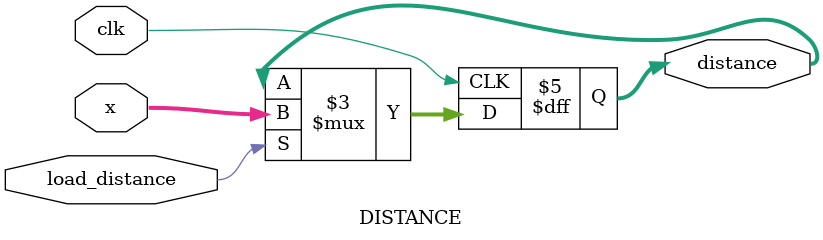
<source format=v>
module DISTANCE(
    input clk,
    input [15:0]x,
    input load_distance,
    output reg [15:0] distance
);
always @(posedge clk) begin
    if (load_distance == 1)
        distance <= x ;
end
endmodule
</source>
